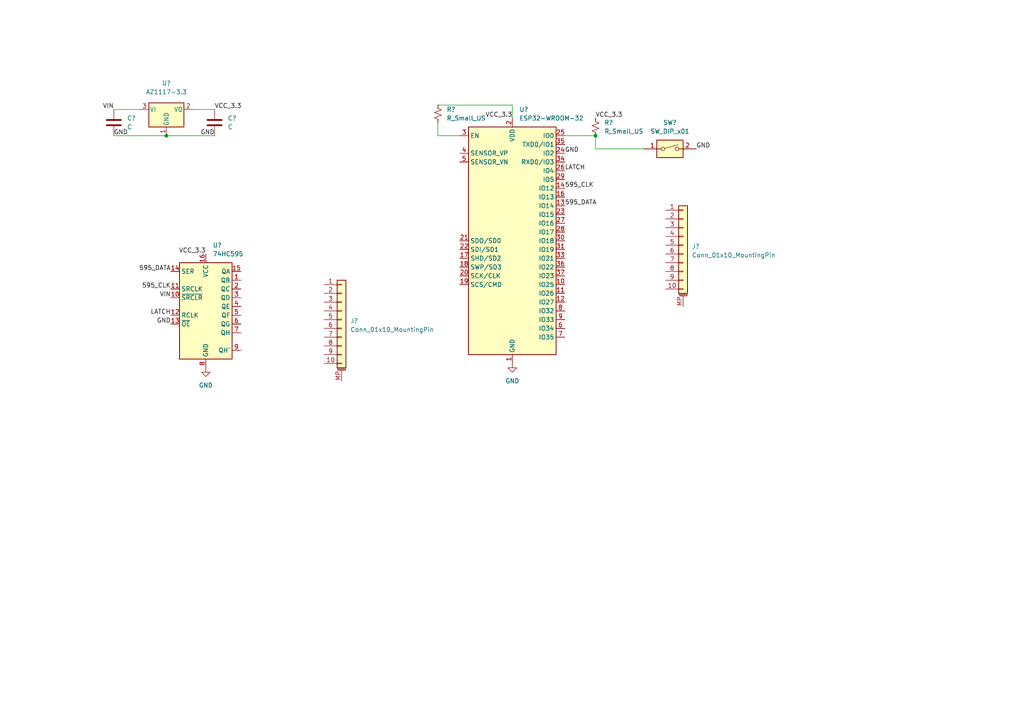
<source format=kicad_sch>
(kicad_sch (version 20211123) (generator eeschema)
  (paper "A4")
  (lib_symbols
    (symbol "74xx:74HC595"
      (property "Reference" "U" (at -7.62 13.97 0))
      (property "Value" "74HC595" (at -7.62 -16.51 0))
      (symbol "74HC595_1_0"
        (pin tri_state line (at 10.16 7.62 180) (length 2.54) (name "QB") (number "1"))
        (pin input line (at -10.16 2.54 0) (length 2.54) (name "~{SRCLR}") (number "10"))
        (pin input line (at -10.16 5.08 0) (length 2.54) (name "SRCLK") (number "11"))
        (pin input line (at -10.16 -2.54 0) (length 2.54) (name "RCLK") (number "12"))
        (pin input line (at -10.16 -5.08 0) (length 2.54) (name "~{OE}") (number "13"))
        (pin input line (at -10.16 10.16 0) (length 2.54) (name "SER") (number "14"))
        (pin tri_state line (at 10.16 10.16 180) (length 2.54) (name "QA") (number "15"))
        (pin power_in line (at 0 15.24 270) (length 2.54) (name "VCC") (number "16"))
        (pin tri_state line (at 10.16 5.08 180) (length 2.54) (name "QC") (number "2"))
        (pin tri_state line (at 10.16 2.54 180) (length 2.54) (name "QD") (number "3"))
        (pin tri_state line (at 10.16 0 180) (length 2.54) (name "QE") (number "4"))
        (pin tri_state line (at 10.16 -2.54 180) (length 2.54) (name "QF") (number "5"))
        (pin tri_state line (at 10.16 -5.08 180) (length 2.54) (name "QG") (number "6"))
        (pin tri_state line (at 10.16 -7.62 180) (length 2.54) (name "QH") (number "7"))
        (pin power_in line (at 0 -17.78 90) (length 2.54) (name "GND") (number "8"))
        (pin output line (at 10.16 -12.7 180) (length 2.54) (name "QH'") (number "9"))
      )
      (symbol "74HC595_1_1"
        (rectangle (start -7.62 12.7) (end 7.62 -15.24) (stroke (width 0.254)) (fill (type background)))
      )
    )
    (symbol "Connector_Generic_MountingPin:Conn_01x10_MountingPin" (pin_names (offset 1.016) hide)
      (property "Reference" "J" (at 0 12.7 0))
      (property "Value" "Conn_01x10_MountingPin" (at 1.27 -15.24 0))
      (symbol "Conn_01x10_MountingPin_1_1"
        (rectangle (start -1.27 -12.573) (end 0 -12.827) (stroke (width 0.1524)))
        (rectangle (start -1.27 -10.033) (end 0 -10.287) (stroke (width 0.1524)))
        (rectangle (start -1.27 -7.493) (end 0 -7.747) (stroke (width 0.1524)))
        (rectangle (start -1.27 -4.953) (end 0 -5.207) (stroke (width 0.1524)))
        (rectangle (start -1.27 -2.413) (end 0 -2.667) (stroke (width 0.1524)))
        (rectangle (start -1.27 0.127) (end 0 -0.127) (stroke (width 0.1524)))
        (rectangle (start -1.27 2.667) (end 0 2.413) (stroke (width 0.1524)))
        (rectangle (start -1.27 5.207) (end 0 4.953) (stroke (width 0.1524)))
        (rectangle (start -1.27 7.747) (end 0 7.493) (stroke (width 0.1524)))
        (rectangle (start -1.27 10.287) (end 0 10.033) (stroke (width 0.1524)))
        (rectangle (start -1.27 11.43) (end 1.27 -13.97) (stroke (width 0.254)) (fill (type background)))
        (polyline (pts (xy -1.016 -14.732) (xy 1.016 -14.732)) (stroke (width 0.1524)))
        (text "Mounting" (at 0 -14.351 0) (effects (font (size 0.381 0.381))))
        (pin passive line (at -5.08 10.16 0) (length 3.81) (name "Pin_1") (number "1"))
        (pin passive line (at -5.08 -12.7 0) (length 3.81) (name "Pin_10") (number "10"))
        (pin passive line (at -5.08 7.62 0) (length 3.81) (name "Pin_2") (number "2"))
        (pin passive line (at -5.08 5.08 0) (length 3.81) (name "Pin_3") (number "3"))
        (pin passive line (at -5.08 2.54 0) (length 3.81) (name "Pin_4") (number "4"))
        (pin passive line (at -5.08 0 0) (length 3.81) (name "Pin_5") (number "5"))
        (pin passive line (at -5.08 -2.54 0) (length 3.81) (name "Pin_6") (number "6"))
        (pin passive line (at -5.08 -5.08 0) (length 3.81) (name "Pin_7") (number "7"))
        (pin passive line (at -5.08 -7.62 0) (length 3.81) (name "Pin_8") (number "8"))
        (pin passive line (at -5.08 -10.16 0) (length 3.81) (name "Pin_9") (number "9"))
        (pin passive line (at 0 -17.78 90) (length 3.048) (name "MountPin") (number "MP"))
      )
    )
    (symbol "Device:C" (pin_numbers hide) (pin_names (offset 0.254))
      (property "Reference" "C" (at 0.635 2.54 0))
      (property "Value" "C" (at 0.635 -2.54 0))
      (symbol "C_0_1"
        (polyline (pts (xy -2.032 -0.762) (xy 2.032 -0.762)) (stroke (width 0.508)))
        (polyline (pts (xy -2.032 0.762) (xy 2.032 0.762)) (stroke (width 0.508)))
      )
      (symbol "C_1_1"
        (pin passive line (at 0 3.81 270) (length 2.794) (name "~") (number "1"))
        (pin passive line (at 0 -3.81 90) (length 2.794) (name "~") (number "2"))
      )
    )
    (symbol "Device:R_Small_US" (pin_numbers hide) (pin_names (offset 0.254) hide)
      (property "Reference" "R" (at 0.762 0.508 0))
      (property "Value" "R_Small_US" (at 0.762 -1.016 0))
      (symbol "R_Small_US_1_1"
        (polyline (pts (xy 0 0) (xy 1.016 -0.381) (xy 0 -0.762) (xy -1.016 -1.143) (xy 0 -1.524)))
        (polyline (pts (xy 0 1.524) (xy 1.016 1.143) (xy 0 0.762) (xy -1.016 0.381) (xy 0 0)))
        (pin passive line (at 0 2.54 270) (length 1.016) (name "~") (number "1"))
        (pin passive line (at 0 -2.54 90) (length 1.016) (name "~") (number "2"))
      )
    )
    (symbol "RF_Module:ESP32-WROOM-32"
      (property "Reference" "U" (at -12.7 34.29 0))
      (property "Value" "ESP32-WROOM-32" (at 1.27 34.29 0))
      (symbol "ESP32-WROOM-32_0_1"
        (rectangle (start -12.7 33.02) (end 12.7 -33.02) (stroke (width 0.254)) (fill (type background)))
      )
      (symbol "ESP32-WROOM-32_1_1"
        (pin power_in line (at 0 -35.56 90) (length 2.54) (name "GND") (number "1"))
        (pin bidirectional line (at 15.24 -12.7 180) (length 2.54) (name "IO25") (number "10"))
        (pin bidirectional line (at 15.24 -15.24 180) (length 2.54) (name "IO26") (number "11"))
        (pin bidirectional line (at 15.24 -17.78 180) (length 2.54) (name "IO27") (number "12"))
        (pin bidirectional line (at 15.24 10.16 180) (length 2.54) (name "IO14") (number "13"))
        (pin bidirectional line (at 15.24 15.24 180) (length 2.54) (name "IO12") (number "14"))
        (pin passive line (at 0 -35.56 90) (length 2.54) hide (name "GND") (number "15"))
        (pin bidirectional line (at 15.24 12.7 180) (length 2.54) (name "IO13") (number "16"))
        (pin bidirectional line (at -15.24 -5.08 0) (length 2.54) (name "SHD/SD2") (number "17"))
        (pin bidirectional line (at -15.24 -7.62 0) (length 2.54) (name "SWP/SD3") (number "18"))
        (pin bidirectional line (at -15.24 -12.7 0) (length 2.54) (name "SCS/CMD") (number "19"))
        (pin power_in line (at 0 35.56 270) (length 2.54) (name "VDD") (number "2"))
        (pin bidirectional line (at -15.24 -10.16 0) (length 2.54) (name "SCK/CLK") (number "20"))
        (pin bidirectional line (at -15.24 0 0) (length 2.54) (name "SDO/SD0") (number "21"))
        (pin bidirectional line (at -15.24 -2.54 0) (length 2.54) (name "SDI/SD1") (number "22"))
        (pin bidirectional line (at 15.24 7.62 180) (length 2.54) (name "IO15") (number "23"))
        (pin bidirectional line (at 15.24 25.4 180) (length 2.54) (name "IO2") (number "24"))
        (pin bidirectional line (at 15.24 30.48 180) (length 2.54) (name "IO0") (number "25"))
        (pin bidirectional line (at 15.24 20.32 180) (length 2.54) (name "IO4") (number "26"))
        (pin bidirectional line (at 15.24 5.08 180) (length 2.54) (name "IO16") (number "27"))
        (pin bidirectional line (at 15.24 2.54 180) (length 2.54) (name "IO17") (number "28"))
        (pin bidirectional line (at 15.24 17.78 180) (length 2.54) (name "IO5") (number "29"))
        (pin input line (at -15.24 30.48 0) (length 2.54) (name "EN") (number "3"))
        (pin bidirectional line (at 15.24 0 180) (length 2.54) (name "IO18") (number "30"))
        (pin bidirectional line (at 15.24 -2.54 180) (length 2.54) (name "IO19") (number "31"))
        (pin no_connect line (at -12.7 -27.94 0) (length 2.54) hide (name "NC") (number "32"))
        (pin bidirectional line (at 15.24 -5.08 180) (length 2.54) (name "IO21") (number "33"))
        (pin bidirectional line (at 15.24 22.86 180) (length 2.54) (name "RXD0/IO3") (number "34"))
        (pin bidirectional line (at 15.24 27.94 180) (length 2.54) (name "TXD0/IO1") (number "35"))
        (pin bidirectional line (at 15.24 -7.62 180) (length 2.54) (name "IO22") (number "36"))
        (pin bidirectional line (at 15.24 -10.16 180) (length 2.54) (name "IO23") (number "37"))
        (pin passive line (at 0 -35.56 90) (length 2.54) hide (name "GND") (number "38"))
        (pin passive line (at 0 -35.56 90) (length 2.54) hide (name "GND") (number "39"))
        (pin input line (at -15.24 25.4 0) (length 2.54) (name "SENSOR_VP") (number "4"))
        (pin input line (at -15.24 22.86 0) (length 2.54) (name "SENSOR_VN") (number "5"))
        (pin input line (at 15.24 -25.4 180) (length 2.54) (name "IO34") (number "6"))
        (pin input line (at 15.24 -27.94 180) (length 2.54) (name "IO35") (number "7"))
        (pin bidirectional line (at 15.24 -20.32 180) (length 2.54) (name "IO32") (number "8"))
        (pin bidirectional line (at 15.24 -22.86 180) (length 2.54) (name "IO33") (number "9"))
      )
    )
    (symbol "Regulator_Linear:AZ1117-3.3" (pin_names (offset 0.254))
      (property "Reference" "U" (at -3.81 3.175 0))
      (property "Value" "AZ1117-3.3" (at 0 3.175 0))
      (symbol "AZ1117-3.3_0_1"
        (rectangle (start -5.08 1.905) (end 5.08 -5.08) (stroke (width 0.254)) (fill (type background)))
      )
      (symbol "AZ1117-3.3_1_1"
        (pin power_in line (at 0 -7.62 90) (length 2.54) (name "GND") (number "1"))
        (pin power_out line (at 7.62 0 180) (length 2.54) (name "VO") (number "2"))
        (pin power_in line (at -7.62 0 0) (length 2.54) (name "VI") (number "3"))
      )
    )
    (symbol "Switch:SW_DIP_x01" (pin_names (offset 0) hide)
      (property "Reference" "SW" (at 0 3.81 0))
      (property "Value" "SW_DIP_x01" (at 0 -3.81 0))
      (symbol "SW_DIP_x01_0_0"
        (circle (center -2.032 0) (radius 0.508))
        (polyline (pts (xy -1.524 0.127) (xy 2.3622 1.1684)))
        (circle (center 2.032 0) (radius 0.508))
      )
      (symbol "SW_DIP_x01_0_1"
        (rectangle (start -3.81 2.54) (end 3.81 -2.54) (stroke (width 0.254)) (fill (type background)))
      )
      (symbol "SW_DIP_x01_1_1"
        (pin passive line (at -7.62 0 0) (length 5.08) (name "~") (number "1"))
        (pin passive line (at 7.62 0 180) (length 5.08) (name "~") (number "2"))
      )
    )
    (symbol "power:GND" (power) (pin_names (offset 0))
      (property "Value" "GND" (at 0 -3.81 0))
      (symbol "GND_0_1"
        (polyline (pts (xy 0 0) (xy 0 -1.27) (xy 1.27 -1.27) (xy 0 -2.54) (xy -1.27 -1.27) (xy 0 -1.27)))
      )
      (symbol "GND_1_1"
        (pin power_in line (at 0 0 270) (length 0) hide (name "GND") (number "1"))
      )
    )
  )
  (junction (at 48.26 39.37))
  (junction (at 172.72 39.37))
  (wire (pts (xy 172.72 43.18) (xy 186.69 43.18)))
  (wire (pts (xy 148.59 30.48) (xy 148.59 34.29)))
  (wire (pts (xy 127 35.56) (xy 127 39.37)))
  (wire (pts (xy 127 39.37) (xy 133.35 39.37)))
  (wire (pts (xy 172.72 39.37) (xy 172.72 43.18)))
  (wire (pts (xy 33.02 39.37) (xy 48.26 39.37)))
  (wire (pts (xy 48.26 39.37) (xy 62.23 39.37)))
  (wire (pts (xy 163.83 39.37) (xy 172.72 39.37)))
  (wire (pts (xy 33.02 31.75) (xy 40.64 31.75)))
  (wire (pts (xy 127 30.48) (xy 148.59 30.48)))
  (wire (pts (xy 55.88 31.75) (xy 62.23 31.75)))
  (label "VIN" (at 33.02 31.75 180))
  (label "VCC_3.3" (at 62.23 31.75 0))
  (label "VCC_3.3" (at 148.59 34.29 180))
  (label "VCC_3.3" (at 172.72 34.29 0))
  (label "GND" (at 33.02 39.37 0))
  (label "595_DATA" (at 49.53 78.74 180))
  (label "GND" (at 163.83 44.45 0))
  (label "LATCH" (at 49.53 91.44 180))
  (label "GND" (at 62.23 39.37 180))
  (label "GND" (at 49.53 93.98 180))
  (label "595_CLK" (at 163.83 54.61 0))
  (label "VIN" (at 49.53 86.36 180))
  (label "595_CLK" (at 49.53 83.82 180))
  (label "LATCH" (at 163.83 49.53 0))
  (label "595_DATA" (at 163.83 59.69 0))
  (label "GND" (at 201.93 43.18 0))
  (label "VCC_3.3" (at 59.69 73.66 180))
  (symbol (lib_id "74xx:74HC595") (at 59.69 88.9 0) (unit 1)
    (property "Reference" "U?" (at 61.7094 71.12 0) (effects (justify left)))
    (property "Value" "74HC595" (at 61.7094 73.66 0) (effects (justify left)))
    (property "Datasheet" "http://www.ti.com/lit/ds/symlink/sn74hc595.pdf" (effects hide))
  )
  (symbol (lib_id "Connector_Generic_MountingPin:Conn_01x10_MountingPin") (at 198.12 71.12 0) (unit 1)
    (property "Reference" "J?" (at 200.66 71.4755 0) (effects (justify left)))
    (property "Value" "Conn_01x10_MountingPin" (at 200.66 74.0155 0) (effects (justify left)))
  )
  (symbol (lib_id "RF_Module:ESP32-WROOM-32") (at 148.59 69.85 0) (unit 1)
    (property "Reference" "U?" (at 150.6094 31.75 0) (effects (justify left)))
    (property "Value" "ESP32-WROOM-32" (at 150.6094 34.29 0) (effects (justify left)))
    (property "Footprint" "RF_Module:ESP32-WROOM-32" (effects hide))
    (property "Datasheet" "https://www.espressif.com/sites/default/files/documentation/esp32-wroom-32_datasheet_en.pdf" (effects hide))
  )
  (symbol (lib_id "Connector_Generic_MountingPin:Conn_01x10_MountingPin") (at 99.06 92.71 0) (unit 1)
    (property "Reference" "J?" (at 101.6 93.0655 0) (effects (justify left)))
    (property "Value" "Conn_01x10_MountingPin" (at 101.6 95.6055 0) (effects (justify left)))
  )
  (symbol (lib_id "Regulator_Linear:AZ1117-3.3") (at 48.26 31.75 0) (unit 1)
    (property "Reference" "U?" (at 48.26 24.13 0))
    (property "Value" "AZ1117-3.3" (at 48.26 26.67 0))
    (property "Datasheet" "https://www.diodes.com/assets/Datasheets/AZ1117.pdf" (effects hide))
  )
  (symbol (lib_id "Device:C") (at 33.02 35.56 0) (unit 1)
    (property "Reference" "C?" (at 36.83 34.2899 0) (effects (justify left)))
    (property "Value" "C" (at 36.83 36.8299 0) (effects (justify left)))
    (property "Footprint" "Resistor_SMD:R_0201_0603Metric_Pad0.64x0.40mm_HandSolder" (effects hide))
  )
  (symbol (lib_id "power:GND") (at 148.59 105.41 0) (unit 1)
    (property "Reference" "#PWR?" (effects hide))
    (property "Value" "GND" (at 148.59 110.49 0))
  )
  (symbol (lib_id "Device:C") (at 62.23 35.56 0) (unit 1)
    (property "Reference" "C?" (at 66.04 34.2899 0) (effects (justify left)))
    (property "Value" "C" (at 66.04 36.8299 0) (effects (justify left)))
    (property "Footprint" "Resistor_SMD:R_0201_0603Metric_Pad0.64x0.40mm_HandSolder" (effects hide))
  )
  (symbol (lib_id "Device:R_Small_US") (at 127 33.02 0) (unit 1)
    (property "Reference" "R?" (at 129.54 31.7499 0) (effects (justify left)))
    (property "Value" "R_Small_US" (at 129.54 34.2899 0) (effects (justify left)))
  )
  (symbol (lib_id "Switch:SW_DIP_x01") (at 194.31 43.18 0) (unit 1)
    (property "Reference" "SW?" (at 194.31 35.56 0))
    (property "Value" "SW_DIP_x01" (at 194.31 38.1 0))
  )
  (symbol (lib_id "power:GND") (at 59.69 106.68 0) (unit 1)
    (property "Reference" "#PWR?" (effects hide))
    (property "Value" "GND" (at 59.69 111.76 0))
  )
  (symbol (lib_id "Device:R_Small_US") (at 172.72 36.83 0) (unit 1)
    (property "Reference" "R?" (at 175.26 35.5599 0) (effects (justify left)))
    (property "Value" "R_Small_US" (at 175.26 38.0999 0) (effects (justify left)))
  )
)
</source>
